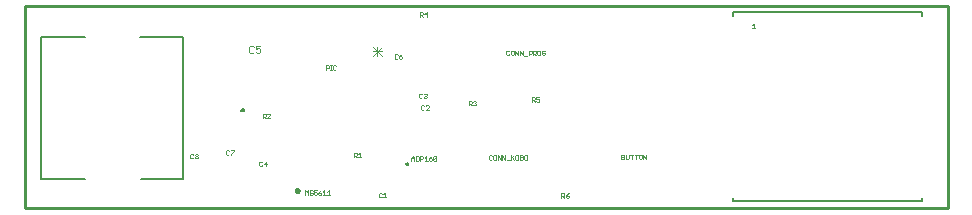
<source format=gto>
G75*
G70*
%OFA0B0*%
%FSLAX24Y24*%
%IPPOS*%
%LPD*%
%AMOC8*
5,1,8,0,0,1.08239X$1,22.5*
%
%ADD10C,0.0010*%
%ADD11C,0.0100*%
%ADD12C,0.0030*%
%ADD13C,0.0090*%
%ADD14C,0.0050*%
%ADD15C,0.0079*%
%ADD16C,0.0020*%
D10*
X007973Y001772D02*
X007998Y001747D01*
X008048Y001747D01*
X008073Y001772D01*
X008120Y001822D02*
X008195Y001897D01*
X008195Y001747D01*
X008220Y001822D02*
X008120Y001822D01*
X008073Y001872D02*
X008048Y001897D01*
X007998Y001897D01*
X007973Y001872D01*
X007973Y001772D01*
X007013Y002127D02*
X007013Y002152D01*
X007114Y002252D01*
X007114Y002277D01*
X007013Y002277D01*
X006966Y002252D02*
X006941Y002277D01*
X006891Y002277D01*
X006866Y002252D01*
X006866Y002152D01*
X006891Y002127D01*
X006941Y002127D01*
X006966Y002152D01*
X005923Y002127D02*
X005923Y002101D01*
X005898Y002076D01*
X005848Y002076D01*
X005823Y002101D01*
X005823Y002127D01*
X005848Y002152D01*
X005898Y002152D01*
X005923Y002127D01*
X005898Y002076D02*
X005923Y002051D01*
X005923Y002026D01*
X005898Y002001D01*
X005848Y002001D01*
X005823Y002026D01*
X005823Y002051D01*
X005848Y002076D01*
X005776Y002026D02*
X005751Y002001D01*
X005701Y002001D01*
X005676Y002026D01*
X005676Y002127D01*
X005701Y002152D01*
X005751Y002152D01*
X005776Y002127D01*
X009499Y000935D02*
X009549Y000885D01*
X009599Y000935D01*
X009599Y000785D01*
X009646Y000810D02*
X009671Y000785D01*
X009721Y000785D01*
X009746Y000810D01*
X009746Y000835D01*
X009721Y000860D01*
X009671Y000860D01*
X009646Y000885D01*
X009646Y000910D01*
X009671Y000935D01*
X009721Y000935D01*
X009746Y000910D01*
X009793Y000935D02*
X009793Y000860D01*
X009843Y000885D01*
X009868Y000885D01*
X009893Y000860D01*
X009893Y000810D01*
X009868Y000785D01*
X009818Y000785D01*
X009793Y000810D01*
X009941Y000810D02*
X009941Y000860D01*
X010016Y000860D01*
X010041Y000835D01*
X010041Y000810D01*
X010016Y000785D01*
X009966Y000785D01*
X009941Y000810D01*
X009941Y000860D02*
X009991Y000910D01*
X010041Y000935D01*
X010088Y000885D02*
X010138Y000935D01*
X010138Y000785D01*
X010088Y000785D02*
X010188Y000785D01*
X010235Y000785D02*
X010335Y000785D01*
X010285Y000785D02*
X010285Y000935D01*
X010235Y000885D01*
X009893Y000935D02*
X009793Y000935D01*
X009499Y000935D02*
X009499Y000785D01*
X011962Y000825D02*
X011962Y000725D01*
X011987Y000700D01*
X012037Y000700D01*
X012062Y000725D01*
X012109Y000700D02*
X012209Y000700D01*
X012159Y000700D02*
X012159Y000850D01*
X012109Y000800D01*
X012062Y000825D02*
X012037Y000850D01*
X011987Y000850D01*
X011962Y000825D01*
X013040Y001924D02*
X013040Y002025D01*
X013090Y002075D01*
X013140Y002025D01*
X013140Y001924D01*
X013187Y001924D02*
X013262Y001924D01*
X013287Y001949D01*
X013287Y002050D01*
X013262Y002075D01*
X013187Y002075D01*
X013187Y001924D01*
X013140Y002000D02*
X013040Y002000D01*
X013334Y001975D02*
X013409Y001975D01*
X013434Y002000D01*
X013434Y002050D01*
X013409Y002075D01*
X013334Y002075D01*
X013334Y001924D01*
X013482Y001924D02*
X013582Y001924D01*
X013532Y001924D02*
X013532Y002075D01*
X013482Y002025D01*
X013629Y002000D02*
X013704Y002000D01*
X013729Y001975D01*
X013729Y001949D01*
X013704Y001924D01*
X013654Y001924D01*
X013629Y001949D01*
X013629Y002000D01*
X013679Y002050D01*
X013729Y002075D01*
X013776Y002050D02*
X013801Y002075D01*
X013851Y002075D01*
X013876Y002050D01*
X013776Y001949D01*
X013801Y001924D01*
X013851Y001924D01*
X013876Y001949D01*
X013876Y002050D01*
X013776Y002050D02*
X013776Y001949D01*
X015625Y001982D02*
X015650Y001957D01*
X015700Y001957D01*
X015725Y001982D01*
X015773Y001982D02*
X015798Y001957D01*
X015848Y001957D01*
X015873Y001982D01*
X015873Y002082D01*
X015848Y002107D01*
X015798Y002107D01*
X015773Y002082D01*
X015773Y001982D01*
X015625Y001982D02*
X015625Y002082D01*
X015650Y002107D01*
X015700Y002107D01*
X015725Y002082D01*
X015920Y002107D02*
X016020Y001957D01*
X016020Y002107D01*
X016067Y002107D02*
X016167Y001957D01*
X016167Y002107D01*
X016067Y002107D02*
X016067Y001957D01*
X015920Y001957D02*
X015920Y002107D01*
X016362Y002107D02*
X016362Y001957D01*
X016362Y002007D02*
X016462Y002107D01*
X016509Y002082D02*
X016509Y001982D01*
X016534Y001957D01*
X016584Y001957D01*
X016609Y001982D01*
X016609Y002082D01*
X016584Y002107D01*
X016534Y002107D01*
X016509Y002082D01*
X016387Y002032D02*
X016462Y001957D01*
X016315Y001932D02*
X016215Y001932D01*
X016657Y001957D02*
X016732Y001957D01*
X016757Y001982D01*
X016757Y002007D01*
X016732Y002032D01*
X016657Y002032D01*
X016732Y002032D02*
X016757Y002057D01*
X016757Y002082D01*
X016732Y002107D01*
X016657Y002107D01*
X016657Y001957D01*
X016804Y001982D02*
X016829Y001957D01*
X016879Y001957D01*
X016904Y001982D01*
X016904Y002082D01*
X016879Y002107D01*
X016829Y002107D01*
X016804Y002082D01*
X016804Y001982D01*
X020038Y001981D02*
X020113Y001981D01*
X020138Y002006D01*
X020138Y002031D01*
X020113Y002056D01*
X020038Y002056D01*
X020113Y002056D02*
X020138Y002081D01*
X020138Y002106D01*
X020113Y002131D01*
X020038Y002131D01*
X020038Y001981D01*
X020185Y002006D02*
X020210Y001981D01*
X020260Y001981D01*
X020285Y002006D01*
X020285Y002131D01*
X020332Y002131D02*
X020432Y002131D01*
X020479Y002131D02*
X020580Y002131D01*
X020530Y002131D02*
X020530Y001981D01*
X020627Y002006D02*
X020652Y001981D01*
X020702Y001981D01*
X020727Y002006D01*
X020727Y002106D01*
X020702Y002131D01*
X020652Y002131D01*
X020627Y002106D01*
X020627Y002006D01*
X020774Y001981D02*
X020774Y002131D01*
X020874Y001981D01*
X020874Y002131D01*
X020382Y002131D02*
X020382Y001981D01*
X020185Y002006D02*
X020185Y002131D01*
X018287Y000834D02*
X018237Y000809D01*
X018187Y000759D01*
X018262Y000759D01*
X018287Y000734D01*
X018287Y000709D01*
X018262Y000684D01*
X018212Y000684D01*
X018187Y000709D01*
X018187Y000759D01*
X018140Y000759D02*
X018115Y000734D01*
X018040Y000734D01*
X018090Y000734D02*
X018140Y000684D01*
X018140Y000759D02*
X018140Y000809D01*
X018115Y000834D01*
X018040Y000834D01*
X018040Y000684D01*
X011373Y002045D02*
X011272Y002045D01*
X011225Y002045D02*
X011175Y002095D01*
X011200Y002095D02*
X011125Y002095D01*
X011125Y002045D02*
X011125Y002195D01*
X011200Y002195D01*
X011225Y002170D01*
X011225Y002120D01*
X011200Y002095D01*
X011272Y002145D02*
X011323Y002195D01*
X011323Y002045D01*
X008335Y003345D02*
X008235Y003345D01*
X008335Y003445D01*
X008335Y003470D01*
X008310Y003495D01*
X008260Y003495D01*
X008235Y003470D01*
X008188Y003470D02*
X008188Y003420D01*
X008163Y003395D01*
X008088Y003395D01*
X008088Y003345D02*
X008088Y003495D01*
X008163Y003495D01*
X008188Y003470D01*
X008138Y003395D02*
X008188Y003345D01*
X013301Y004039D02*
X013326Y004014D01*
X013376Y004014D01*
X013401Y004039D01*
X013448Y004039D02*
X013473Y004014D01*
X013523Y004014D01*
X013549Y004039D01*
X013549Y004064D01*
X013523Y004089D01*
X013498Y004089D01*
X013523Y004089D02*
X013549Y004114D01*
X013549Y004139D01*
X013523Y004164D01*
X013473Y004164D01*
X013448Y004139D01*
X013401Y004139D02*
X013376Y004164D01*
X013326Y004164D01*
X013301Y004139D01*
X013301Y004039D01*
X013391Y003781D02*
X013366Y003756D01*
X013366Y003656D01*
X013391Y003631D01*
X013441Y003631D01*
X013466Y003656D01*
X013513Y003631D02*
X013613Y003731D01*
X013613Y003756D01*
X013588Y003781D01*
X013538Y003781D01*
X013513Y003756D01*
X013466Y003756D02*
X013441Y003781D01*
X013391Y003781D01*
X013513Y003631D02*
X013613Y003631D01*
X014948Y003771D02*
X014948Y003921D01*
X015023Y003921D01*
X015048Y003896D01*
X015048Y003846D01*
X015023Y003821D01*
X014948Y003821D01*
X014998Y003821D02*
X015048Y003771D01*
X015095Y003796D02*
X015120Y003771D01*
X015170Y003771D01*
X015195Y003796D01*
X015195Y003821D01*
X015170Y003846D01*
X015145Y003846D01*
X015170Y003846D02*
X015195Y003871D01*
X015195Y003896D01*
X015170Y003921D01*
X015120Y003921D01*
X015095Y003896D01*
X017062Y003889D02*
X017062Y004040D01*
X017137Y004040D01*
X017162Y004015D01*
X017162Y003965D01*
X017137Y003939D01*
X017062Y003939D01*
X017112Y003939D02*
X017162Y003889D01*
X017209Y003914D02*
X017234Y003889D01*
X017284Y003889D01*
X017309Y003914D01*
X017309Y003965D01*
X017284Y003990D01*
X017259Y003990D01*
X017209Y003965D01*
X017209Y004040D01*
X017309Y004040D01*
X012733Y005352D02*
X012733Y005377D01*
X012708Y005402D01*
X012633Y005402D01*
X012633Y005352D01*
X012658Y005327D01*
X012708Y005327D01*
X012733Y005352D01*
X012683Y005452D02*
X012633Y005402D01*
X012586Y005352D02*
X012561Y005327D01*
X012511Y005327D01*
X012486Y005352D01*
X012486Y005452D01*
X012511Y005477D01*
X012561Y005477D01*
X012586Y005452D01*
X012683Y005452D02*
X012733Y005477D01*
X010531Y005074D02*
X010506Y005099D01*
X010456Y005099D01*
X010431Y005074D01*
X010431Y004974D01*
X010456Y004949D01*
X010506Y004949D01*
X010531Y004974D01*
X010383Y004949D02*
X010333Y004949D01*
X010358Y004949D02*
X010358Y005099D01*
X010333Y005099D02*
X010383Y005099D01*
X010285Y005074D02*
X010285Y005024D01*
X010260Y004999D01*
X010185Y004999D01*
X010185Y004949D02*
X010185Y005099D01*
X010260Y005099D01*
X010285Y005074D01*
X016208Y005465D02*
X016233Y005440D01*
X016284Y005440D01*
X016309Y005465D01*
X016356Y005465D02*
X016381Y005440D01*
X016431Y005440D01*
X016456Y005465D01*
X016456Y005565D01*
X016431Y005590D01*
X016381Y005590D01*
X016356Y005565D01*
X016356Y005465D01*
X016309Y005565D02*
X016284Y005590D01*
X016233Y005590D01*
X016208Y005565D01*
X016208Y005465D01*
X016503Y005440D02*
X016503Y005590D01*
X016603Y005440D01*
X016603Y005590D01*
X016650Y005590D02*
X016750Y005440D01*
X016750Y005590D01*
X016650Y005590D02*
X016650Y005440D01*
X016798Y005415D02*
X016898Y005415D01*
X016945Y005440D02*
X016945Y005590D01*
X017020Y005590D01*
X017045Y005565D01*
X017045Y005515D01*
X017020Y005490D01*
X016945Y005490D01*
X017092Y005490D02*
X017167Y005490D01*
X017192Y005515D01*
X017192Y005565D01*
X017167Y005590D01*
X017092Y005590D01*
X017092Y005440D01*
X017142Y005490D02*
X017192Y005440D01*
X017240Y005465D02*
X017265Y005440D01*
X017315Y005440D01*
X017340Y005465D01*
X017340Y005565D01*
X017315Y005590D01*
X017265Y005590D01*
X017240Y005565D01*
X017240Y005465D01*
X017387Y005465D02*
X017412Y005440D01*
X017462Y005440D01*
X017487Y005465D01*
X017487Y005515D01*
X017437Y005515D01*
X017387Y005565D02*
X017387Y005465D01*
X017387Y005565D02*
X017412Y005590D01*
X017462Y005590D01*
X017487Y005565D01*
X013547Y006727D02*
X013547Y006877D01*
X013472Y006802D01*
X013572Y006802D01*
X013425Y006802D02*
X013400Y006777D01*
X013325Y006777D01*
X013375Y006777D02*
X013425Y006727D01*
X013425Y006802D02*
X013425Y006852D01*
X013400Y006877D01*
X013325Y006877D01*
X013325Y006727D01*
X024410Y006441D02*
X024460Y006491D01*
X024460Y006341D01*
X024410Y006341D02*
X024510Y006341D01*
D11*
X000150Y007056D02*
X000150Y000336D01*
X030913Y000336D01*
X030913Y007076D01*
X000150Y007076D01*
D12*
X011749Y005723D02*
X012063Y005410D01*
X011906Y005410D02*
X011906Y005723D01*
X012063Y005723D02*
X011749Y005410D01*
X011749Y005566D02*
X012063Y005566D01*
D13*
X009186Y000929D02*
X009188Y000942D01*
X009193Y000955D01*
X009202Y000966D01*
X009213Y000973D01*
X009226Y000978D01*
X009239Y000979D01*
X009253Y000976D01*
X009265Y000970D01*
X009275Y000961D01*
X009282Y000949D01*
X009286Y000936D01*
X009286Y000922D01*
X009282Y000909D01*
X009275Y000897D01*
X009265Y000888D01*
X009253Y000882D01*
X009239Y000879D01*
X009226Y000880D01*
X009213Y000885D01*
X009202Y000892D01*
X009193Y000903D01*
X009188Y000916D01*
X009186Y000929D01*
D14*
X005415Y001314D02*
X004037Y001314D01*
X005415Y001314D02*
X005415Y006038D01*
X003997Y006038D01*
X002147Y006038D02*
X000690Y006038D01*
X000690Y001314D01*
X002147Y001314D01*
X012874Y001819D02*
X012876Y001829D01*
X012881Y001838D01*
X012890Y001844D01*
X012899Y001847D01*
X012910Y001846D01*
X012919Y001841D01*
X012926Y001834D01*
X012930Y001824D01*
X012930Y001814D01*
X012926Y001804D01*
X012919Y001797D01*
X012910Y001792D01*
X012899Y001791D01*
X012890Y001794D01*
X012881Y001800D01*
X012876Y001809D01*
X012874Y001819D01*
X023749Y000689D02*
X023749Y000571D01*
X030048Y000571D01*
X030048Y000689D01*
X030048Y006752D02*
X030048Y006870D01*
X023749Y006870D01*
X023749Y006752D01*
D15*
X007376Y003604D02*
X007378Y003616D01*
X007383Y003627D01*
X007392Y003636D01*
X007403Y003641D01*
X007415Y003643D01*
X007427Y003641D01*
X007438Y003636D01*
X007447Y003627D01*
X007452Y003616D01*
X007454Y003604D01*
X007452Y003592D01*
X007447Y003581D01*
X007438Y003572D01*
X007427Y003567D01*
X007415Y003565D01*
X007403Y003567D01*
X007392Y003572D01*
X007383Y003581D01*
X007378Y003592D01*
X007376Y003604D01*
D16*
X007674Y005527D02*
X007747Y005527D01*
X007784Y005563D01*
X007858Y005563D02*
X007895Y005527D01*
X007968Y005527D01*
X008005Y005563D01*
X008005Y005637D01*
X007968Y005674D01*
X007931Y005674D01*
X007858Y005637D01*
X007858Y005747D01*
X008005Y005747D01*
X007784Y005710D02*
X007747Y005747D01*
X007674Y005747D01*
X007637Y005710D01*
X007637Y005563D01*
X007674Y005527D01*
M02*

</source>
